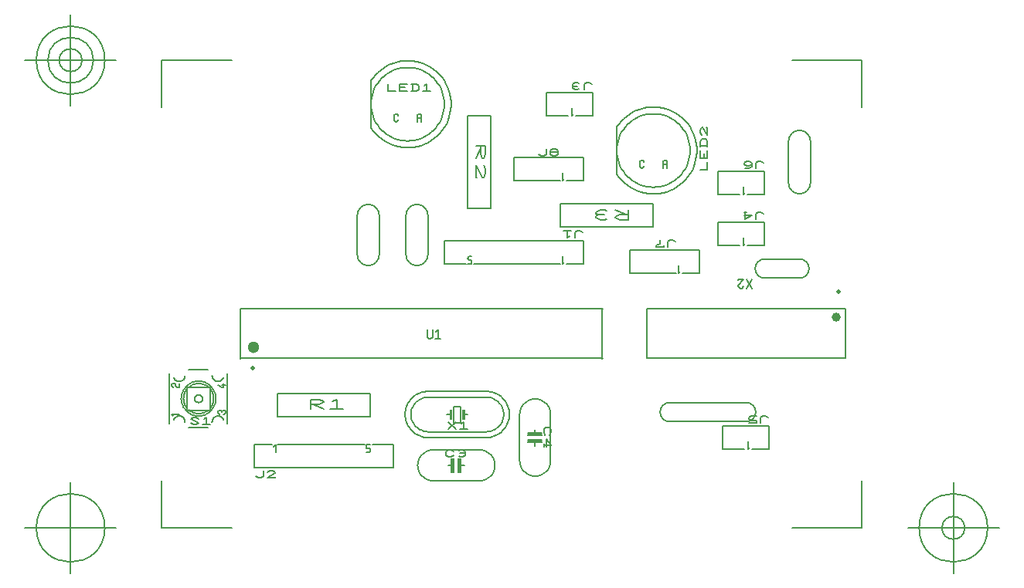
<source format=gbr>
G04 Generated by Ultiboard 14.0 *
%FSLAX34Y34*%
%MOMM*%

%ADD10C,0.0001*%
%ADD11C,0.2032*%
%ADD12C,0.1270*%
%ADD13C,0.50000*%
%ADD14C,1.00000*%
%ADD15C,1.30000*%


G04 ColorRGB FFFF00 for the following layer *
%LNSilkscreen Top*%
%LPD*%
G54D10*
G54D11*
X100471Y54156D02*
X103293Y52645D01*
X106116Y52645D01*
X108938Y54156D01*
X108938Y60204D01*
X113171Y58692D02*
X115993Y60204D01*
X118816Y60204D01*
X121638Y58692D01*
X121638Y57936D01*
X113171Y52645D01*
X121638Y52645D01*
X121638Y53400D01*
X251460Y63500D02*
X99060Y63500D01*
X219710Y88900D02*
X124460Y88900D01*
X99060Y88900D02*
X99060Y63500D01*
X122343Y88900D02*
X122343Y80433D01*
X118110Y88900D02*
X99060Y88900D01*
X120227Y86783D02*
X122343Y88900D01*
X223943Y80433D02*
X224127Y80441D01*
X224311Y80465D01*
X224491Y80505D01*
X224667Y80561D01*
X224838Y80632D01*
X225001Y80717D01*
X225157Y80816D01*
X225304Y80929D01*
X225440Y81053D01*
X225564Y81189D01*
X225677Y81336D01*
X225776Y81492D01*
X225861Y81655D01*
X225932Y81826D01*
X225988Y82002D01*
X226028Y82182D01*
X226052Y82366D01*
X226060Y82550D01*
X226052Y82734D01*
X226028Y82918D01*
X225988Y83098D01*
X225932Y83274D01*
X225861Y83445D01*
X225776Y83608D01*
X225677Y83764D01*
X225564Y83911D01*
X225440Y84047D01*
X225304Y84171D01*
X225157Y84284D01*
X225001Y84383D01*
X224838Y84468D01*
X224667Y84539D01*
X224491Y84595D01*
X224311Y84635D01*
X224127Y84659D01*
X223943Y84667D01*
X221827Y84667D02*
X221827Y88900D01*
X221827Y84667D02*
X223943Y84667D01*
X251460Y88900D02*
X251460Y63500D01*
X221827Y80433D02*
X223943Y80433D01*
X251460Y88900D02*
X228177Y88900D01*
X226060Y88900D02*
X221827Y88900D01*
X317218Y77016D02*
X314396Y75505D01*
X311573Y75505D01*
X308751Y77016D01*
X308751Y81552D01*
X311573Y83064D01*
X314396Y83064D01*
X317218Y81552D01*
X322862Y82308D02*
X324273Y83064D01*
X327096Y83064D01*
X329918Y81552D01*
X329918Y80040D01*
X328507Y79284D01*
X329918Y78528D01*
X329918Y77016D01*
X327096Y75505D01*
X324273Y75505D01*
X322862Y76260D01*
X324273Y79284D02*
X328507Y79284D01*
X345440Y49107D02*
X346916Y49171D01*
X348380Y49364D01*
X349823Y49684D01*
X351232Y50128D01*
X352596Y50693D01*
X353907Y51375D01*
X355153Y52169D01*
X356325Y53068D01*
X357414Y54066D01*
X358412Y55155D01*
X359311Y56327D01*
X360105Y57573D01*
X360787Y58884D01*
X361352Y60248D01*
X361796Y61657D01*
X362116Y63100D01*
X362309Y64564D01*
X362373Y66040D01*
X362309Y67516D01*
X362116Y68980D01*
X361796Y70423D01*
X361352Y71832D01*
X360787Y73196D01*
X360105Y74507D01*
X359311Y75753D01*
X358412Y76925D01*
X357414Y78014D01*
X356325Y79012D01*
X355153Y79911D01*
X353907Y80705D01*
X352596Y81387D01*
X351232Y81952D01*
X349823Y82396D01*
X348380Y82716D01*
X346916Y82909D01*
X345440Y82973D01*
X294640Y82973D02*
X293164Y82909D01*
X291700Y82716D01*
X290257Y82396D01*
X288848Y81952D01*
X287484Y81387D01*
X286173Y80705D01*
X284927Y79911D01*
X283755Y79012D01*
X282666Y78014D01*
X281668Y76925D01*
X280769Y75753D01*
X279975Y74507D01*
X279293Y73196D01*
X278728Y71832D01*
X278284Y70423D01*
X277964Y68980D01*
X277771Y67516D01*
X277707Y66040D01*
X277771Y64564D01*
X277964Y63100D01*
X278284Y61657D01*
X278728Y60248D01*
X279293Y58884D01*
X279975Y57573D01*
X280769Y56327D01*
X281668Y55155D01*
X282666Y54066D01*
X283755Y53068D01*
X284927Y52169D01*
X286173Y51375D01*
X287484Y50693D01*
X288848Y50128D01*
X290257Y49684D01*
X291700Y49364D01*
X293164Y49171D01*
X294640Y49107D01*
X294640Y49107D01*
X345440Y82973D02*
X294640Y82973D01*
X345440Y49107D02*
X294640Y49107D01*
X325120Y66040D02*
X328930Y66040D01*
X325120Y73660D02*
X325120Y58420D01*
X316230Y73660D02*
X316230Y58420D01*
X314960Y58420D02*
X314960Y73660D01*
X314960Y66040D02*
X311150Y66040D01*
X322580Y73660D02*
X322580Y58420D01*
X323850Y58420D02*
X323850Y73660D01*
X317500Y58420D02*
X317500Y73660D01*
X311291Y113544D02*
X319758Y105985D01*
X311291Y105985D02*
X319758Y113544D01*
X325402Y112032D02*
X328224Y113544D01*
X328224Y105985D01*
X323991Y105985D02*
X332458Y105985D01*
X352848Y147320D02*
X289348Y147320D01*
X352848Y140970D02*
X289348Y140970D01*
X352848Y102870D02*
X289348Y102870D01*
X352848Y96520D02*
X289348Y96520D01*
X324908Y130810D02*
X317288Y130810D01*
X317288Y113030D02*
X324908Y113030D01*
X352848Y96520D02*
X355062Y96617D01*
X357259Y96906D01*
X359422Y97385D01*
X361535Y98052D01*
X363582Y98900D01*
X365548Y99923D01*
X367417Y101114D01*
X369175Y102462D01*
X370809Y103959D01*
X372306Y105593D01*
X373654Y107351D01*
X374845Y109220D01*
X375868Y111185D01*
X376716Y113233D01*
X377383Y115346D01*
X377862Y117509D01*
X378151Y119706D01*
X378248Y121920D01*
X378151Y124134D01*
X377862Y126331D01*
X377383Y128494D01*
X376716Y130607D01*
X375868Y132654D01*
X374845Y134620D01*
X373654Y136489D01*
X372306Y138247D01*
X370809Y139881D01*
X369175Y141378D01*
X367417Y142726D01*
X365548Y143917D01*
X363583Y144940D01*
X361535Y145788D01*
X359422Y146455D01*
X357259Y146934D01*
X355062Y147223D01*
X352848Y147320D01*
X352848Y147320D01*
X352848Y102870D02*
X354508Y102942D01*
X356156Y103159D01*
X357778Y103519D01*
X359363Y104019D01*
X360899Y104655D01*
X362373Y105422D01*
X363775Y106315D01*
X365093Y107327D01*
X366318Y108450D01*
X367441Y109675D01*
X368453Y110993D01*
X369346Y112395D01*
X370113Y113869D01*
X370749Y115405D01*
X371249Y116989D01*
X371609Y118612D01*
X371826Y120260D01*
X371898Y121920D01*
X371826Y123580D01*
X371609Y125228D01*
X371249Y126850D01*
X370749Y128435D01*
X370113Y129971D01*
X369346Y131445D01*
X368453Y132847D01*
X367441Y134165D01*
X366318Y135390D01*
X365093Y136513D01*
X363775Y137525D01*
X362373Y138418D01*
X360899Y139185D01*
X359363Y139821D01*
X357779Y140321D01*
X356156Y140681D01*
X354508Y140898D01*
X352848Y140970D01*
X352848Y140970D01*
X324908Y113030D02*
X324908Y130810D01*
X327448Y127000D02*
X327448Y116840D01*
X328718Y116840D02*
X328718Y127000D01*
X328718Y121920D02*
X332528Y121920D01*
X289348Y147320D02*
X287134Y147223D01*
X284937Y146934D01*
X282774Y146455D01*
X280661Y145788D01*
X278613Y144940D01*
X276648Y143917D01*
X274779Y142726D01*
X273021Y141378D01*
X271387Y139881D01*
X269890Y138247D01*
X268542Y136489D01*
X267351Y134620D01*
X266328Y132655D01*
X265480Y130607D01*
X264813Y128494D01*
X264334Y126331D01*
X264045Y124134D01*
X263948Y121920D01*
X264045Y119706D01*
X264334Y117509D01*
X264813Y115346D01*
X265480Y113233D01*
X266328Y111185D01*
X267351Y109220D01*
X268542Y107351D01*
X269890Y105593D01*
X271387Y103959D01*
X273021Y102462D01*
X274779Y101114D01*
X276648Y99923D01*
X278613Y98900D01*
X280661Y98052D01*
X282774Y97385D01*
X284937Y96906D01*
X287134Y96617D01*
X289348Y96520D01*
X289348Y96520D01*
X289348Y140970D02*
X287688Y140898D01*
X286040Y140681D01*
X284417Y140321D01*
X282833Y139821D01*
X281297Y139185D01*
X279823Y138418D01*
X278421Y137525D01*
X277103Y136513D01*
X275878Y135390D01*
X274755Y134165D01*
X273743Y132847D01*
X272850Y131445D01*
X272083Y129971D01*
X271447Y128435D01*
X270947Y126851D01*
X270587Y125228D01*
X270370Y123580D01*
X270298Y121920D01*
X270370Y120260D01*
X270587Y118612D01*
X270947Y116989D01*
X271447Y115405D01*
X272083Y113869D01*
X272850Y112395D01*
X273743Y110993D01*
X274755Y109675D01*
X275878Y108450D01*
X277103Y107327D01*
X278421Y106315D01*
X279823Y105422D01*
X281297Y104655D01*
X282833Y104019D01*
X284417Y103519D01*
X286040Y103159D01*
X287688Y102942D01*
X289348Y102870D01*
X289348Y102870D01*
X317288Y113030D02*
X317288Y130810D01*
X314748Y116840D02*
X314748Y127000D01*
X313478Y116840D02*
X313478Y127000D01*
X313478Y121920D02*
X309668Y121920D01*
X458329Y321764D02*
X455507Y323275D01*
X452684Y323275D01*
X449862Y321764D01*
X449862Y315716D01*
X444218Y317228D02*
X441396Y315716D01*
X441396Y323275D01*
X445629Y323275D02*
X437162Y323275D01*
X307340Y312420D02*
X459740Y312420D01*
X339090Y287020D02*
X434340Y287020D01*
X459740Y287020D02*
X459740Y312420D01*
X436457Y287020D02*
X436457Y295487D01*
X440690Y287020D02*
X459740Y287020D01*
X438573Y289137D02*
X436457Y287020D01*
X334857Y295487D02*
X334673Y295479D01*
X334489Y295455D01*
X334309Y295415D01*
X334133Y295359D01*
X333962Y295288D01*
X333799Y295203D01*
X333643Y295104D01*
X333496Y294991D01*
X333360Y294867D01*
X333236Y294731D01*
X333123Y294584D01*
X333024Y294428D01*
X332939Y294265D01*
X332868Y294094D01*
X332812Y293918D01*
X332772Y293738D01*
X332748Y293554D01*
X332740Y293370D01*
X332748Y293186D01*
X332772Y293002D01*
X332812Y292822D01*
X332868Y292646D01*
X332939Y292475D01*
X333024Y292312D01*
X333123Y292156D01*
X333236Y292009D01*
X333360Y291873D01*
X333496Y291749D01*
X333643Y291636D01*
X333799Y291537D01*
X333962Y291452D01*
X334133Y291381D01*
X334309Y291325D01*
X334489Y291285D01*
X334673Y291261D01*
X334857Y291253D01*
X336973Y291253D02*
X336973Y287020D01*
X336973Y291253D02*
X334857Y291253D01*
X307340Y287020D02*
X307340Y312420D01*
X336973Y295487D02*
X334857Y295487D01*
X307340Y287020D02*
X330623Y287020D01*
X332740Y287020D02*
X336973Y287020D01*
X508284Y346215D02*
X508284Y335481D01*
X498877Y335481D01*
X494173Y337628D01*
X494173Y338701D01*
X498877Y340848D01*
X508284Y340848D01*
X505932Y340848D02*
X494173Y346215D01*
X484766Y336554D02*
X482414Y335481D01*
X477710Y335481D01*
X473006Y337628D01*
X473006Y339774D01*
X475358Y340848D01*
X473006Y341921D01*
X473006Y344068D01*
X477710Y346215D01*
X482414Y346215D01*
X484766Y345142D01*
X482414Y340848D02*
X475358Y340848D01*
X535940Y353060D02*
X434340Y353060D01*
X434340Y327660D02*
X535940Y327660D01*
X535940Y353060D01*
X434340Y353060D02*
X434340Y327660D01*
X410351Y407216D02*
X413173Y405705D01*
X415996Y405705D01*
X418818Y407216D01*
X418818Y413264D01*
X428696Y405705D02*
X425873Y405705D01*
X423051Y407216D01*
X423051Y408728D01*
X424462Y409484D01*
X423051Y410240D01*
X423051Y411752D01*
X425873Y413264D01*
X428696Y413264D01*
X431518Y411752D01*
X431518Y410240D01*
X430107Y409484D01*
X431518Y408728D01*
X431518Y407216D01*
X428696Y405705D01*
X424462Y409484D02*
X430107Y409484D01*
X459740Y378460D02*
X459740Y403860D01*
X383540Y378460D02*
X383540Y403860D01*
X383540Y378460D02*
X434340Y378460D01*
X440690Y378460D02*
X459740Y378460D01*
X436457Y378460D02*
X436457Y386927D01*
X438573Y380577D02*
X436457Y378460D01*
X383540Y403860D02*
X459740Y403860D01*
X656449Y342084D02*
X653627Y343595D01*
X650804Y343595D01*
X647982Y342084D01*
X647982Y336036D01*
X635282Y340572D02*
X643749Y340572D01*
X636693Y336036D01*
X636693Y343595D01*
X638104Y343595D02*
X635282Y343595D01*
X607060Y332740D02*
X657860Y332740D01*
X638810Y307340D02*
X657860Y307340D01*
X657860Y332740D01*
X607060Y307340D02*
X630343Y307340D01*
X634577Y307340D02*
X634577Y315807D01*
X636693Y309457D02*
X634577Y307340D01*
X607060Y307340D02*
X607060Y332740D01*
X29351Y112576D02*
X32173Y111065D01*
X34996Y111065D01*
X37818Y112576D01*
X29351Y117112D01*
X32173Y118624D01*
X34996Y118624D01*
X37818Y117112D01*
X43462Y117112D02*
X46284Y118624D01*
X46284Y111065D01*
X42051Y111065D02*
X50518Y111065D01*
X69427Y111760D02*
X69427Y166793D01*
X5927Y111760D02*
X5927Y166793D01*
X37677Y158327D02*
X36017Y158254D01*
X34369Y158038D01*
X32746Y157678D01*
X31162Y157178D01*
X29626Y156542D01*
X28152Y155775D01*
X26750Y154882D01*
X25432Y153870D01*
X24207Y152747D01*
X23084Y151522D01*
X22072Y150204D01*
X21179Y148802D01*
X20412Y147328D01*
X19776Y145792D01*
X19276Y144207D01*
X18916Y142585D01*
X18700Y140937D01*
X18627Y139277D01*
X18700Y137617D01*
X18916Y135969D01*
X19276Y134346D01*
X19776Y132762D01*
X20412Y131226D01*
X21179Y129752D01*
X22072Y128350D01*
X23084Y127032D01*
X24207Y125807D01*
X25432Y124684D01*
X26750Y123672D01*
X28152Y122779D01*
X29626Y122012D01*
X31162Y121376D01*
X32747Y120876D01*
X34369Y120516D01*
X36017Y120300D01*
X37677Y120227D01*
X39337Y120300D01*
X40985Y120516D01*
X42608Y120876D01*
X44192Y121376D01*
X45728Y122012D01*
X47202Y122779D01*
X48604Y123672D01*
X49922Y124684D01*
X51147Y125807D01*
X52270Y127032D01*
X53282Y128350D01*
X54175Y129752D01*
X54942Y131226D01*
X55578Y132762D01*
X56078Y134347D01*
X56438Y135969D01*
X56654Y137617D01*
X56727Y139277D01*
X56654Y140937D01*
X56438Y142585D01*
X56078Y144208D01*
X55578Y145792D01*
X54942Y147328D01*
X54175Y148802D01*
X53282Y150204D01*
X52270Y151522D01*
X51147Y152747D01*
X49922Y153870D01*
X48604Y154882D01*
X47202Y155775D01*
X45728Y156542D01*
X44192Y157178D01*
X42607Y157678D01*
X40985Y158038D01*
X39337Y158254D01*
X37677Y158327D01*
X50377Y151977D02*
X50377Y126577D01*
X50324Y128665D02*
X51201Y129807D01*
X51975Y131022D01*
X52640Y132300D01*
X53191Y133630D01*
X53624Y135004D01*
X53936Y136410D01*
X54124Y137838D01*
X54187Y139277D01*
X54124Y140716D01*
X53936Y142144D01*
X53624Y143550D01*
X53191Y144924D01*
X52640Y146254D01*
X51975Y147532D01*
X51201Y148747D01*
X50508Y149667D01*
X24977Y126577D02*
X24977Y151977D01*
X27065Y126630D02*
X28207Y125753D01*
X29422Y124979D01*
X30700Y124314D01*
X32030Y123763D01*
X33404Y123330D01*
X34810Y123018D01*
X36238Y122830D01*
X37677Y122767D01*
X39116Y122830D01*
X40544Y123018D01*
X41950Y123330D01*
X43324Y123763D01*
X44654Y124314D01*
X45932Y124979D01*
X47147Y125753D01*
X48067Y126446D01*
X27093Y107527D02*
X48260Y107527D01*
X50377Y126577D02*
X24977Y126577D01*
X65193Y122343D02*
X65377Y122351D01*
X65561Y122375D01*
X65741Y122415D01*
X65917Y122471D01*
X66088Y122542D01*
X66251Y122627D01*
X66407Y122726D01*
X66554Y122839D01*
X66690Y122963D01*
X66814Y123099D01*
X66927Y123246D01*
X67026Y123402D01*
X67111Y123565D01*
X67182Y123736D01*
X67238Y123912D01*
X67278Y124092D01*
X67302Y124276D01*
X67310Y124460D01*
X67302Y124644D01*
X67278Y124828D01*
X67238Y125008D01*
X67182Y125184D01*
X67111Y125355D01*
X67026Y125518D01*
X66927Y125674D01*
X66814Y125821D01*
X66690Y125957D01*
X66554Y126081D01*
X66407Y126194D01*
X66251Y126293D01*
X66088Y126378D01*
X65917Y126449D01*
X65741Y126505D01*
X65561Y126545D01*
X65377Y126569D01*
X65193Y126577D01*
X65009Y126569D01*
X64825Y126545D01*
X64645Y126505D01*
X64469Y126449D01*
X64298Y126378D01*
X64135Y126293D01*
X63979Y126194D01*
X63832Y126081D01*
X63696Y125957D01*
X63572Y125821D01*
X63459Y125674D01*
X63360Y125518D01*
X63275Y125355D01*
X63204Y125184D01*
X63148Y125008D01*
X63108Y124828D01*
X63084Y124644D01*
X63076Y124460D01*
X63076Y124460D01*
X63077Y124460D02*
X63069Y124644D01*
X63045Y124828D01*
X63005Y125008D01*
X62949Y125184D01*
X62878Y125355D01*
X62793Y125518D01*
X62694Y125674D01*
X62581Y125821D01*
X62457Y125957D01*
X62321Y126081D01*
X62174Y126194D01*
X62018Y126293D01*
X61855Y126378D01*
X61684Y126449D01*
X61508Y126505D01*
X61328Y126545D01*
X61144Y126569D01*
X60960Y126577D01*
X60776Y126569D01*
X60592Y126545D01*
X60412Y126505D01*
X60236Y126449D01*
X60065Y126378D01*
X59902Y126293D01*
X59746Y126194D01*
X59599Y126081D01*
X59463Y125957D01*
X59339Y125821D01*
X59226Y125674D01*
X59127Y125518D01*
X59042Y125355D01*
X58971Y125184D01*
X58915Y125008D01*
X58875Y124828D01*
X58851Y124644D01*
X58843Y124460D01*
X58851Y124276D01*
X58875Y124092D01*
X58915Y123912D01*
X58971Y123736D01*
X59042Y123565D01*
X59127Y123402D01*
X59226Y123246D01*
X59339Y123099D01*
X59463Y122963D01*
X59599Y122839D01*
X59746Y122726D01*
X59902Y122627D01*
X60065Y122542D01*
X60236Y122471D01*
X60412Y122415D01*
X60592Y122375D01*
X60776Y122351D01*
X60960Y122343D01*
X64847Y115944D02*
X64644Y116460D01*
X64397Y116956D01*
X64107Y117428D01*
X63778Y117873D01*
X63411Y118288D01*
X63009Y118669D01*
X62575Y119014D01*
X62113Y119320D01*
X61627Y119584D01*
X61119Y119805D01*
X60593Y119981D01*
X60055Y120110D01*
X59507Y120192D01*
X58954Y120226D01*
X58400Y120212D01*
X57850Y120149D01*
X57307Y120038D01*
X56776Y119881D01*
X56260Y119678D01*
X55764Y119431D01*
X55292Y119141D01*
X54847Y118812D01*
X54432Y118445D01*
X54051Y118043D01*
X53706Y117609D01*
X53400Y117147D01*
X53136Y116661D01*
X52915Y116153D01*
X52739Y115627D01*
X52610Y115089D01*
X52528Y114541D01*
X52494Y113988D01*
X52493Y113877D01*
X10160Y120227D02*
X8043Y122343D01*
X16510Y122343D01*
X22860Y113877D02*
X22836Y114430D01*
X22764Y114980D01*
X22644Y115521D01*
X22477Y116049D01*
X22265Y116561D01*
X22009Y117052D01*
X21712Y117519D01*
X21374Y117959D01*
X21000Y118367D01*
X20592Y118741D01*
X20152Y119079D01*
X19685Y119376D01*
X19194Y119632D01*
X18682Y119844D01*
X18154Y120011D01*
X17613Y120131D01*
X17063Y120203D01*
X16510Y120227D01*
X15957Y120203D01*
X15407Y120131D01*
X14866Y120011D01*
X14338Y119844D01*
X13826Y119632D01*
X13335Y119376D01*
X12868Y119079D01*
X12428Y118741D01*
X12020Y118367D01*
X11646Y117959D01*
X11308Y117519D01*
X11011Y117052D01*
X10755Y116561D01*
X10543Y116049D01*
X10506Y115944D01*
X48067Y152108D02*
X46909Y152964D01*
X45681Y153717D01*
X44392Y154360D01*
X43052Y154888D01*
X41671Y155297D01*
X40260Y155584D01*
X38829Y155747D01*
X37389Y155784D01*
X35951Y155697D01*
X34527Y155484D01*
X33126Y155147D01*
X31760Y154690D01*
X30440Y154116D01*
X29174Y153429D01*
X27973Y152634D01*
X27287Y152108D01*
X24977Y151977D02*
X50377Y151977D01*
X52493Y164677D02*
X52517Y164124D01*
X52589Y163574D01*
X52709Y163033D01*
X52876Y162505D01*
X53088Y161993D01*
X53344Y161502D01*
X53641Y161035D01*
X53979Y160595D01*
X54353Y160187D01*
X54761Y159813D01*
X55201Y159475D01*
X55668Y159178D01*
X56159Y158922D01*
X56671Y158710D01*
X57199Y158543D01*
X57740Y158423D01*
X58290Y158351D01*
X58843Y158327D01*
X59396Y158351D01*
X59946Y158423D01*
X60487Y158543D01*
X61015Y158710D01*
X61527Y158922D01*
X62018Y159178D01*
X62485Y159475D01*
X62925Y159813D01*
X63333Y160187D01*
X63707Y160595D01*
X64045Y161035D01*
X64342Y161502D01*
X64598Y161993D01*
X64810Y162505D01*
X64847Y162610D01*
X63077Y151977D02*
X58843Y154093D01*
X65193Y151977D02*
X63077Y151977D01*
X65193Y156210D02*
X65193Y151977D01*
X67310Y154093D02*
X63077Y154093D01*
X37677Y143510D02*
X37308Y143494D01*
X36942Y143446D01*
X36581Y143366D01*
X36229Y143255D01*
X35888Y143114D01*
X35560Y142943D01*
X35249Y142745D01*
X34956Y142520D01*
X34684Y142270D01*
X34434Y141998D01*
X34209Y141705D01*
X34011Y141394D01*
X33840Y141066D01*
X33699Y140725D01*
X33588Y140373D01*
X33508Y140012D01*
X33460Y139646D01*
X33444Y139277D01*
X33460Y138908D01*
X33508Y138542D01*
X33588Y138181D01*
X33699Y137829D01*
X33840Y137488D01*
X34011Y137160D01*
X34209Y136849D01*
X34434Y136556D01*
X34684Y136284D01*
X34956Y136034D01*
X35249Y135809D01*
X35560Y135611D01*
X35888Y135440D01*
X36229Y135299D01*
X36581Y135188D01*
X36942Y135108D01*
X37308Y135060D01*
X37677Y135044D01*
X38046Y135060D01*
X38412Y135108D01*
X38773Y135188D01*
X39125Y135299D01*
X39466Y135440D01*
X39794Y135611D01*
X40105Y135809D01*
X40398Y136034D01*
X40670Y136284D01*
X40920Y136556D01*
X41145Y136849D01*
X41343Y137160D01*
X41514Y137488D01*
X41655Y137829D01*
X41766Y138181D01*
X41846Y138542D01*
X41894Y138908D01*
X41910Y139277D01*
X41894Y139646D01*
X41846Y140012D01*
X41766Y140373D01*
X41655Y140725D01*
X41514Y141066D01*
X41343Y141394D01*
X41145Y141705D01*
X40920Y141998D01*
X40670Y142270D01*
X40398Y142520D01*
X40105Y142745D01*
X39794Y142943D01*
X39466Y143114D01*
X39125Y143255D01*
X38773Y143366D01*
X38412Y143446D01*
X38046Y143494D01*
X37677Y143510D01*
X10471Y162715D02*
X10665Y162196D01*
X10903Y161696D01*
X11184Y161219D01*
X11506Y160768D01*
X11866Y160346D01*
X12261Y159958D01*
X12688Y159606D01*
X13145Y159292D01*
X13627Y159019D01*
X14131Y158789D01*
X14653Y158604D01*
X15190Y158466D01*
X15736Y158374D01*
X16288Y158331D01*
X16842Y158336D01*
X17394Y158389D01*
X17938Y158490D01*
X18472Y158638D01*
X18991Y158832D01*
X19491Y159070D01*
X19968Y159351D01*
X20419Y159673D01*
X20841Y160033D01*
X21229Y160428D01*
X21581Y160855D01*
X21895Y161312D01*
X22168Y161794D01*
X22398Y162298D01*
X22583Y162820D01*
X22721Y163357D01*
X22813Y163903D01*
X22856Y164455D01*
X22860Y164677D01*
X16510Y151977D02*
X16510Y156210D01*
X12276Y154093D02*
X12284Y153909D01*
X12308Y153725D01*
X12348Y153545D01*
X12404Y153369D01*
X12475Y153198D01*
X12560Y153035D01*
X12659Y152879D01*
X12772Y152732D01*
X12896Y152596D01*
X13032Y152472D01*
X13179Y152359D01*
X13335Y152260D01*
X13498Y152175D01*
X13669Y152104D01*
X13845Y152048D01*
X14025Y152008D01*
X14209Y151984D01*
X14393Y151976D01*
X14393Y151976D01*
X12277Y154093D02*
X12269Y154277D01*
X12245Y154461D01*
X12205Y154641D01*
X12149Y154817D01*
X12078Y154988D01*
X11993Y155151D01*
X11894Y155307D01*
X11781Y155454D01*
X11657Y155590D01*
X11521Y155714D01*
X11374Y155827D01*
X11218Y155926D01*
X11055Y156011D01*
X10884Y156082D01*
X10708Y156138D01*
X10528Y156178D01*
X10344Y156202D01*
X10160Y156210D01*
X9976Y156202D01*
X9792Y156178D01*
X9612Y156138D01*
X9436Y156082D01*
X9265Y156011D01*
X9102Y155926D01*
X8946Y155827D01*
X8799Y155714D01*
X8663Y155590D01*
X8539Y155454D01*
X8426Y155307D01*
X8327Y155151D01*
X8242Y154988D01*
X8171Y154817D01*
X8115Y154641D01*
X8075Y154461D01*
X8051Y154277D01*
X8043Y154093D01*
X8051Y153909D01*
X8075Y153725D01*
X8115Y153545D01*
X8171Y153369D01*
X8242Y153198D01*
X8327Y153035D01*
X8426Y152879D01*
X8539Y152732D01*
X8663Y152596D01*
X8799Y152472D01*
X8946Y152359D01*
X9102Y152260D01*
X9265Y152175D01*
X9436Y152104D01*
X9612Y152048D01*
X9792Y152008D01*
X9976Y151984D01*
X10160Y151976D01*
X14393Y151977D02*
X16510Y151977D01*
X25030Y149889D02*
X24153Y148747D01*
X23379Y147532D01*
X22714Y146254D01*
X22163Y144924D01*
X21730Y143550D01*
X21418Y142144D01*
X21230Y140716D01*
X21167Y139277D01*
X21230Y137838D01*
X21418Y136410D01*
X21730Y135004D01*
X22163Y133630D01*
X22714Y132300D01*
X23379Y131022D01*
X24153Y129807D01*
X24846Y128887D01*
X27093Y171027D02*
X48260Y171027D01*
X160679Y127680D02*
X160679Y138415D01*
X170086Y138415D01*
X174790Y136268D01*
X174790Y135195D01*
X170086Y133048D01*
X160679Y133048D01*
X163030Y133048D02*
X174790Y127680D01*
X184197Y136268D02*
X188901Y138415D01*
X188901Y127680D01*
X181845Y127680D02*
X195956Y127680D01*
X226060Y144780D02*
X124460Y144780D01*
X124460Y119380D02*
X226060Y119380D01*
X226060Y144780D01*
X124460Y144780D02*
X124460Y119380D01*
X643968Y260150D02*
X637994Y270150D01*
X643968Y270150D02*
X637994Y260150D01*
X635008Y262150D02*
X633016Y260150D01*
X631025Y260150D01*
X629034Y262150D01*
X629034Y263150D01*
X635008Y270150D01*
X629034Y270150D01*
X629034Y269150D01*
X528540Y183470D02*
X746540Y183470D01*
X746540Y238170D02*
X528540Y238170D01*
X746540Y183470D02*
X746540Y238170D01*
X528540Y238170D02*
X528540Y183470D01*
X656449Y397964D02*
X653627Y399475D01*
X650804Y399475D01*
X647982Y397964D01*
X647982Y391916D01*
X636693Y391916D02*
X640927Y391916D01*
X643749Y393428D01*
X643749Y396452D01*
X643749Y397964D01*
X640927Y399475D01*
X638104Y399475D01*
X635282Y397964D01*
X635282Y396452D01*
X638104Y394940D01*
X640927Y394940D01*
X643749Y396452D01*
X607060Y388620D02*
X657860Y388620D01*
X638810Y363220D02*
X657860Y363220D01*
X657860Y388620D01*
X607060Y363220D02*
X630343Y363220D01*
X634577Y363220D02*
X634577Y371687D01*
X636693Y365337D02*
X634577Y363220D01*
X607060Y363220D02*
X607060Y388620D01*
X559929Y311604D02*
X557107Y313115D01*
X554284Y313115D01*
X551462Y311604D01*
X551462Y305556D01*
X542996Y313115D02*
X542996Y309336D01*
X538762Y307068D01*
X538762Y305556D01*
X547229Y305556D01*
X547229Y307068D01*
X586740Y276860D02*
X586740Y302260D01*
X510540Y276860D02*
X510540Y302260D01*
X510540Y276860D02*
X561340Y276860D01*
X567690Y276860D02*
X586740Y276860D01*
X563457Y276860D02*
X563457Y285327D01*
X565573Y278977D02*
X563457Y276860D01*
X510540Y302260D02*
X586740Y302260D01*
X341252Y416748D02*
X351987Y416748D01*
X351987Y407341D01*
X349840Y402637D01*
X348766Y402637D01*
X346619Y407341D01*
X346619Y416748D01*
X346619Y414396D02*
X341252Y402637D01*
X349840Y395581D02*
X351987Y390878D01*
X351987Y386174D01*
X349840Y381470D01*
X348766Y381470D01*
X341252Y395581D01*
X341252Y381470D01*
X342325Y381470D01*
X332740Y449580D02*
X332740Y347980D01*
X358140Y347980D02*
X358140Y449580D01*
X332740Y449580D01*
X332740Y347980D02*
X358140Y347980D01*
X468489Y484324D02*
X465667Y485835D01*
X462844Y485835D01*
X460022Y484324D01*
X460022Y478276D01*
X454378Y479032D02*
X452967Y478276D01*
X450144Y478276D01*
X447322Y479788D01*
X447322Y481300D01*
X448733Y482056D01*
X447322Y482812D01*
X447322Y484324D01*
X450144Y485835D01*
X452967Y485835D01*
X454378Y485080D01*
X452967Y482056D02*
X448733Y482056D01*
X419100Y474980D02*
X469900Y474980D01*
X450850Y449580D02*
X469900Y449580D01*
X469900Y474980D01*
X419100Y449580D02*
X442383Y449580D01*
X446617Y449580D02*
X446617Y458047D01*
X448733Y451697D02*
X446617Y449580D01*
X419100Y449580D02*
X419100Y474980D01*
X245251Y484384D02*
X245251Y476825D01*
X253718Y476825D01*
X266418Y476825D02*
X257951Y476825D01*
X257951Y480604D01*
X257951Y484384D01*
X266418Y484384D01*
X257951Y480604D02*
X263596Y480604D01*
X270651Y476825D02*
X276296Y476825D01*
X279118Y478336D01*
X279118Y482872D01*
X276296Y484384D01*
X270651Y484384D01*
X272062Y484384D02*
X272062Y476825D01*
X284762Y482872D02*
X287584Y484384D01*
X287584Y476825D01*
X283351Y476825D02*
X291818Y476825D01*
X226758Y436342D02*
X229171Y432959D01*
X231869Y429800D01*
X234833Y426888D01*
X238039Y424245D01*
X241463Y421892D01*
X245079Y419846D01*
X248859Y418123D01*
X252776Y416736D01*
X256798Y415696D01*
X260896Y415010D01*
X265038Y414684D01*
X269192Y414720D01*
X273328Y415118D01*
X277413Y415876D01*
X281417Y416986D01*
X285309Y418441D01*
X289059Y420230D01*
X292638Y422338D01*
X296021Y424751D01*
X299180Y427449D01*
X302092Y430413D01*
X304735Y433619D01*
X307088Y437043D01*
X309134Y440659D01*
X310857Y444439D01*
X312244Y448356D01*
X313284Y452378D01*
X313970Y456476D01*
X314296Y460618D01*
X314260Y464772D01*
X313862Y468908D01*
X313104Y472993D01*
X311994Y476997D01*
X310539Y480889D01*
X308750Y484639D01*
X306642Y488218D01*
X304229Y491601D01*
X301531Y494760D01*
X298567Y497672D01*
X295361Y500315D01*
X291937Y502668D01*
X288321Y504714D01*
X284541Y506437D01*
X280624Y507824D01*
X276602Y508864D01*
X272504Y509550D01*
X268362Y509876D01*
X264208Y509840D01*
X260072Y509442D01*
X255987Y508684D01*
X251983Y507574D01*
X248091Y506119D01*
X244341Y504330D01*
X240762Y502222D01*
X237379Y499809D01*
X234220Y497111D01*
X231308Y494147D01*
X228665Y490941D01*
X226758Y488218D01*
X306917Y462280D02*
X306764Y465785D01*
X306306Y469264D01*
X305546Y472689D01*
X304491Y476035D01*
X303149Y479276D01*
X301529Y482388D01*
X299644Y485347D01*
X297508Y488131D01*
X295137Y490717D01*
X292551Y493088D01*
X289767Y495224D01*
X286808Y497109D01*
X283696Y498729D01*
X280455Y500071D01*
X277109Y501126D01*
X273684Y501886D01*
X270205Y502344D01*
X266700Y502497D01*
X263195Y502344D01*
X259716Y501886D01*
X256291Y501126D01*
X252945Y500071D01*
X249704Y498729D01*
X246592Y497109D01*
X243633Y495224D01*
X240849Y493088D01*
X238263Y490717D01*
X235892Y488131D01*
X233756Y485347D01*
X231871Y482388D01*
X230251Y479276D01*
X228909Y476035D01*
X227854Y472689D01*
X227094Y469264D01*
X226636Y465785D01*
X226483Y462280D01*
X226636Y458775D01*
X227094Y455296D01*
X227854Y451871D01*
X228909Y448525D01*
X230251Y445284D01*
X231871Y442172D01*
X233756Y439213D01*
X235892Y436429D01*
X238263Y433843D01*
X240849Y431472D01*
X243633Y429336D01*
X246592Y427451D01*
X249704Y425831D01*
X252945Y424489D01*
X256291Y423434D01*
X259716Y422674D01*
X263195Y422216D01*
X266700Y422063D01*
X270205Y422216D01*
X273684Y422674D01*
X277109Y423434D01*
X280455Y424489D01*
X283696Y425831D01*
X286808Y427451D01*
X289767Y429336D01*
X292551Y431472D01*
X295137Y433843D01*
X297508Y436429D01*
X299644Y439213D01*
X301529Y442172D01*
X303149Y445284D01*
X304491Y448525D01*
X305546Y451871D01*
X306306Y455296D01*
X306764Y458775D01*
X306917Y462280D01*
X306917Y462280D01*
X277283Y443230D02*
X277283Y449580D01*
X281517Y449580D02*
X281509Y449764D01*
X281485Y449948D01*
X281445Y450128D01*
X281389Y450304D01*
X281318Y450475D01*
X281233Y450638D01*
X281134Y450794D01*
X281021Y450941D01*
X280897Y451077D01*
X280761Y451201D01*
X280614Y451314D01*
X280458Y451413D01*
X280295Y451498D01*
X280124Y451569D01*
X279948Y451625D01*
X279768Y451665D01*
X279584Y451689D01*
X279400Y451697D01*
X279216Y451689D01*
X279032Y451665D01*
X278852Y451625D01*
X278676Y451569D01*
X278505Y451498D01*
X278342Y451413D01*
X278186Y451314D01*
X278039Y451201D01*
X277903Y451077D01*
X277779Y450941D01*
X277666Y450794D01*
X277567Y450638D01*
X277482Y450475D01*
X277411Y450304D01*
X277355Y450128D01*
X277315Y449948D01*
X277291Y449764D01*
X277283Y449580D01*
X277283Y447463D02*
X281517Y447463D01*
X226483Y487680D02*
X226483Y436880D01*
X251883Y445347D02*
X251891Y445163D01*
X251915Y444979D01*
X251955Y444799D01*
X252011Y444623D01*
X252082Y444452D01*
X252167Y444289D01*
X252266Y444133D01*
X252379Y443986D01*
X252503Y443850D01*
X252639Y443726D01*
X252786Y443613D01*
X252942Y443514D01*
X253105Y443429D01*
X253276Y443358D01*
X253452Y443302D01*
X253632Y443262D01*
X253816Y443238D01*
X254000Y443230D01*
X254184Y443238D01*
X254368Y443262D01*
X254548Y443302D01*
X254724Y443358D01*
X254895Y443429D01*
X255058Y443514D01*
X255214Y443613D01*
X255361Y443726D01*
X255497Y443850D01*
X255621Y443986D01*
X255734Y444133D01*
X255833Y444289D01*
X255918Y444452D01*
X255989Y444623D01*
X256045Y444799D01*
X256085Y444979D01*
X256109Y445163D01*
X256117Y445347D01*
X256117Y445347D01*
X256117Y449580D02*
X256109Y449764D01*
X256085Y449948D01*
X256045Y450128D01*
X255989Y450304D01*
X255918Y450475D01*
X255833Y450638D01*
X255734Y450794D01*
X255621Y450941D01*
X255497Y451077D01*
X255361Y451201D01*
X255214Y451314D01*
X255058Y451413D01*
X254895Y451498D01*
X254724Y451569D01*
X254548Y451625D01*
X254368Y451665D01*
X254184Y451689D01*
X254000Y451697D01*
X253816Y451689D01*
X253632Y451665D01*
X253452Y451625D01*
X253276Y451569D01*
X253105Y451498D01*
X252942Y451413D01*
X252786Y451314D01*
X252639Y451201D01*
X252503Y451077D01*
X252379Y450941D01*
X252266Y450794D01*
X252167Y450638D01*
X252082Y450475D01*
X252011Y450304D01*
X251955Y450128D01*
X251915Y449948D01*
X251891Y449764D01*
X251883Y449580D01*
X251883Y445347D02*
X251883Y449580D01*
X281517Y443230D02*
X281517Y449580D01*
X587496Y390031D02*
X595055Y390031D01*
X595055Y398498D01*
X595055Y411198D02*
X595055Y402731D01*
X591276Y402731D01*
X587496Y402731D01*
X587496Y411198D01*
X591276Y402731D02*
X591276Y408376D01*
X595055Y415431D02*
X595055Y421076D01*
X593544Y423898D01*
X589008Y423898D01*
X587496Y421076D01*
X587496Y415431D01*
X587496Y416842D02*
X595055Y416842D01*
X589008Y428131D02*
X587496Y430953D01*
X587496Y433776D01*
X589008Y436598D01*
X589764Y436598D01*
X595055Y428131D01*
X595055Y436598D01*
X594300Y436598D01*
X495998Y385542D02*
X498411Y382159D01*
X501109Y379000D01*
X504073Y376088D01*
X507279Y373445D01*
X510703Y371092D01*
X514319Y369046D01*
X518099Y367323D01*
X522016Y365936D01*
X526038Y364896D01*
X530136Y364210D01*
X534278Y363884D01*
X538432Y363920D01*
X542568Y364318D01*
X546653Y365076D01*
X550657Y366186D01*
X554549Y367641D01*
X558299Y369430D01*
X561878Y371538D01*
X565261Y373951D01*
X568420Y376649D01*
X571332Y379613D01*
X573975Y382819D01*
X576328Y386243D01*
X578374Y389859D01*
X580097Y393639D01*
X581484Y397556D01*
X582524Y401578D01*
X583210Y405676D01*
X583536Y409818D01*
X583500Y413972D01*
X583102Y418108D01*
X582344Y422193D01*
X581234Y426197D01*
X579779Y430089D01*
X577990Y433839D01*
X575882Y437418D01*
X573469Y440801D01*
X570771Y443960D01*
X567807Y446872D01*
X564601Y449515D01*
X561177Y451868D01*
X557561Y453914D01*
X553781Y455637D01*
X549864Y457024D01*
X545842Y458064D01*
X541744Y458750D01*
X537602Y459076D01*
X533448Y459040D01*
X529312Y458642D01*
X525227Y457884D01*
X521223Y456774D01*
X517331Y455319D01*
X513581Y453530D01*
X510002Y451422D01*
X506619Y449009D01*
X503460Y446311D01*
X500548Y443347D01*
X497905Y440141D01*
X495998Y437418D01*
X576157Y411480D02*
X576004Y414985D01*
X575546Y418464D01*
X574786Y421889D01*
X573731Y425235D01*
X572389Y428476D01*
X570769Y431588D01*
X568884Y434547D01*
X566748Y437331D01*
X564377Y439917D01*
X561791Y442288D01*
X559007Y444424D01*
X556048Y446309D01*
X552936Y447929D01*
X549695Y449271D01*
X546349Y450326D01*
X542924Y451086D01*
X539445Y451544D01*
X535940Y451697D01*
X532435Y451544D01*
X528956Y451086D01*
X525531Y450326D01*
X522185Y449271D01*
X518944Y447929D01*
X515832Y446309D01*
X512873Y444424D01*
X510089Y442288D01*
X507503Y439917D01*
X505132Y437331D01*
X502996Y434547D01*
X501111Y431588D01*
X499491Y428476D01*
X498149Y425235D01*
X497094Y421889D01*
X496334Y418464D01*
X495876Y414985D01*
X495723Y411480D01*
X495876Y407975D01*
X496334Y404496D01*
X497094Y401071D01*
X498149Y397725D01*
X499491Y394484D01*
X501111Y391372D01*
X502996Y388413D01*
X505132Y385629D01*
X507503Y383043D01*
X510089Y380672D01*
X512873Y378536D01*
X515832Y376651D01*
X518944Y375031D01*
X522185Y373689D01*
X525531Y372634D01*
X528956Y371874D01*
X532435Y371416D01*
X535940Y371263D01*
X539445Y371416D01*
X542924Y371874D01*
X546349Y372634D01*
X549695Y373689D01*
X552936Y375031D01*
X556048Y376651D01*
X559007Y378536D01*
X561791Y380672D01*
X564377Y383043D01*
X566748Y385629D01*
X568884Y388413D01*
X570769Y391372D01*
X572389Y394484D01*
X573731Y397725D01*
X574786Y401071D01*
X575546Y404496D01*
X576004Y407975D01*
X576157Y411480D01*
X576157Y411480D01*
X546523Y392430D02*
X546523Y398780D01*
X550757Y398780D02*
X550749Y398964D01*
X550725Y399148D01*
X550685Y399328D01*
X550629Y399504D01*
X550558Y399675D01*
X550473Y399838D01*
X550374Y399994D01*
X550261Y400141D01*
X550137Y400277D01*
X550001Y400401D01*
X549854Y400514D01*
X549698Y400613D01*
X549535Y400698D01*
X549364Y400769D01*
X549188Y400825D01*
X549008Y400865D01*
X548824Y400889D01*
X548640Y400897D01*
X548456Y400889D01*
X548272Y400865D01*
X548092Y400825D01*
X547916Y400769D01*
X547745Y400698D01*
X547582Y400613D01*
X547426Y400514D01*
X547279Y400401D01*
X547143Y400277D01*
X547019Y400141D01*
X546906Y399994D01*
X546807Y399838D01*
X546722Y399675D01*
X546651Y399504D01*
X546595Y399328D01*
X546555Y399148D01*
X546531Y398964D01*
X546523Y398780D01*
X546523Y396663D02*
X550757Y396663D01*
X495723Y436880D02*
X495723Y386080D01*
X521123Y394547D02*
X521131Y394363D01*
X521155Y394179D01*
X521195Y393999D01*
X521251Y393823D01*
X521322Y393652D01*
X521407Y393489D01*
X521506Y393333D01*
X521619Y393186D01*
X521743Y393050D01*
X521879Y392926D01*
X522026Y392813D01*
X522182Y392714D01*
X522345Y392629D01*
X522516Y392558D01*
X522692Y392502D01*
X522872Y392462D01*
X523056Y392438D01*
X523240Y392430D01*
X523424Y392438D01*
X523608Y392462D01*
X523788Y392502D01*
X523964Y392558D01*
X524135Y392629D01*
X524298Y392714D01*
X524454Y392813D01*
X524601Y392926D01*
X524737Y393050D01*
X524861Y393186D01*
X524974Y393333D01*
X525073Y393489D01*
X525158Y393652D01*
X525229Y393823D01*
X525285Y393999D01*
X525325Y394179D01*
X525349Y394363D01*
X525357Y394547D01*
X525357Y394547D01*
X525357Y398780D02*
X525349Y398964D01*
X525325Y399148D01*
X525285Y399328D01*
X525229Y399504D01*
X525158Y399675D01*
X525073Y399838D01*
X524974Y399994D01*
X524861Y400141D01*
X524737Y400277D01*
X524601Y400401D01*
X524454Y400514D01*
X524298Y400613D01*
X524135Y400698D01*
X523964Y400769D01*
X523788Y400825D01*
X523608Y400865D01*
X523424Y400889D01*
X523240Y400897D01*
X523056Y400889D01*
X522872Y400865D01*
X522692Y400825D01*
X522516Y400769D01*
X522345Y400698D01*
X522182Y400613D01*
X522026Y400514D01*
X521879Y400401D01*
X521743Y400277D01*
X521619Y400141D01*
X521506Y399994D01*
X521407Y399838D01*
X521322Y399675D01*
X521251Y399504D01*
X521195Y399328D01*
X521155Y399148D01*
X521131Y398964D01*
X521123Y398780D01*
X521123Y394547D02*
X521123Y398780D01*
X550757Y392430D02*
X550757Y398780D01*
X417376Y99342D02*
X415865Y102164D01*
X415865Y104987D01*
X417376Y107809D01*
X421912Y107809D01*
X423424Y104987D01*
X423424Y102164D01*
X421912Y99342D01*
X418888Y86642D02*
X418888Y95109D01*
X423424Y88053D01*
X415865Y88053D01*
X415865Y89464D02*
X415865Y86642D01*
X423333Y121920D02*
X423269Y123396D01*
X423076Y124860D01*
X422756Y126303D01*
X422312Y127712D01*
X421747Y129076D01*
X421065Y130387D01*
X420271Y131633D01*
X419372Y132805D01*
X418374Y133894D01*
X417285Y134892D01*
X416113Y135791D01*
X414867Y136585D01*
X413556Y137267D01*
X412192Y137832D01*
X410783Y138276D01*
X409340Y138596D01*
X407876Y138789D01*
X406400Y138853D01*
X404924Y138789D01*
X403460Y138596D01*
X402017Y138276D01*
X400608Y137832D01*
X399244Y137267D01*
X397933Y136585D01*
X396687Y135791D01*
X395515Y134892D01*
X394426Y133894D01*
X393428Y132805D01*
X392529Y131633D01*
X391735Y130387D01*
X391053Y129076D01*
X390488Y127712D01*
X390044Y126303D01*
X389724Y124860D01*
X389531Y123396D01*
X389467Y121920D01*
X389467Y71120D02*
X389531Y69644D01*
X389724Y68180D01*
X390044Y66737D01*
X390488Y65328D01*
X391053Y63964D01*
X391735Y62653D01*
X392529Y61407D01*
X393428Y60235D01*
X394426Y59146D01*
X395515Y58148D01*
X396687Y57249D01*
X397933Y56455D01*
X399244Y55773D01*
X400608Y55208D01*
X402017Y54764D01*
X403460Y54444D01*
X404924Y54251D01*
X406400Y54187D01*
X407876Y54251D01*
X409340Y54444D01*
X410783Y54764D01*
X412192Y55208D01*
X413556Y55773D01*
X414867Y56455D01*
X416113Y57249D01*
X417285Y58148D01*
X418374Y59146D01*
X419372Y60235D01*
X420271Y61407D01*
X421065Y62653D01*
X421747Y63964D01*
X422312Y65328D01*
X422756Y66737D01*
X423076Y68180D01*
X423269Y69644D01*
X423333Y71120D01*
X389467Y121920D02*
X389467Y71120D01*
X423333Y121920D02*
X423333Y71120D01*
X406400Y101600D02*
X406400Y105410D01*
X398780Y101600D02*
X414020Y101600D01*
X398780Y92710D02*
X414020Y92710D01*
X414020Y91440D02*
X398780Y91440D01*
X406400Y91440D02*
X406400Y87630D01*
X398780Y99060D02*
X414020Y99060D01*
X414020Y100330D02*
X398780Y100330D01*
X414020Y93980D02*
X398780Y93980D01*
X288016Y214900D02*
X288016Y206900D01*
X290007Y204900D01*
X291998Y204900D01*
X293989Y206900D01*
X293989Y214900D01*
X297971Y212900D02*
X299962Y214900D01*
X299962Y204900D01*
X296976Y204900D02*
X302949Y204900D01*
X83185Y183435D02*
X480695Y183435D01*
X480695Y238205D02*
X83185Y238205D01*
X83820Y237650D02*
X83820Y182880D01*
X480060Y182880D02*
X480060Y238760D01*
X683928Y421640D02*
X683928Y375920D01*
G75*
D01*
G03X695960Y363888I12032J0*
G01*
G75*
D01*
G03X707992Y375920I0J12032*
G01*
X707992Y421640D01*
G74*
D01*
G03X695960Y433672I12032J0*
G01*
G75*
D01*
G03X683928Y421640I0J-12032*
G01*
X647328Y281940D02*
G75*
D01*
G03X657860Y271408I10532J0*
G01*
X695960Y271408D01*
G75*
D01*
G03X706492Y281940I0J10532*
G01*
G74*
D01*
G03X695960Y292472I10532J0*
G01*
X657860Y292472D01*
G75*
D01*
G03X647328Y281940I0J-10532*
G01*
X211488Y340360D02*
X211488Y297180D01*
G75*
D01*
G03X223520Y285148I12032J0*
G01*
G75*
D01*
G03X235552Y297180I0J12032*
G01*
X235552Y340360D01*
G74*
D01*
G03X223520Y352392I12032J0*
G01*
G75*
D01*
G03X211488Y340360I0J-12032*
G01*
X264828Y340360D02*
X264828Y297180D01*
G75*
D01*
G03X276860Y285148I12032J0*
G01*
G75*
D01*
G03X288892Y297180I0J12032*
G01*
X288892Y340360D01*
G74*
D01*
G03X276860Y352392I12032J0*
G01*
G75*
D01*
G03X264828Y340360I0J-12032*
G01*
X661529Y118564D02*
X658707Y120075D01*
X655884Y120075D01*
X653062Y118564D01*
X653062Y112516D01*
X640362Y112516D02*
X648829Y112516D01*
X648829Y115540D01*
X643184Y115540D01*
X640362Y117052D01*
X640362Y118564D01*
X643184Y120075D01*
X648829Y120075D01*
X612140Y109220D02*
X662940Y109220D01*
X643890Y83820D02*
X662940Y83820D01*
X662940Y109220D01*
X612140Y83820D02*
X635423Y83820D01*
X639657Y83820D02*
X639657Y92287D01*
X641773Y85937D02*
X639657Y83820D01*
X612140Y83820D02*
X612140Y109220D01*
X543188Y124460D02*
G75*
D01*
G03X553720Y113928I10532J0*
G01*
X637540Y113928D01*
G75*
D01*
G03X648072Y124460I0J10532*
G01*
G74*
D01*
G03X637540Y134992I10532J0*
G01*
X553720Y134992D01*
G75*
D01*
G03X543188Y124460I0J-10532*
G01*
G54D12*
X-2540Y-2540D02*
X-2540Y48768D01*
X-2540Y-2540D02*
X74168Y-2540D01*
X764540Y-2540D02*
X687832Y-2540D01*
X764540Y-2540D02*
X764540Y48768D01*
X764540Y510540D02*
X764540Y459232D01*
X764540Y510540D02*
X687832Y510540D01*
X-2540Y510540D02*
X74168Y510540D01*
X-2540Y510540D02*
X-2540Y459232D01*
X-52540Y-2540D02*
X-152540Y-2540D01*
X-102540Y-52540D02*
X-102540Y47460D01*
X-140040Y-2540D02*
G75*
D01*
G02X-140040Y-2540I37500J0*
G01*
X814540Y-2540D02*
X914540Y-2540D01*
X864540Y-52540D02*
X864540Y47460D01*
X827040Y-2540D02*
G75*
D01*
G02X827040Y-2540I37500J0*
G01*
X852040Y-2540D02*
G75*
D01*
G02X852040Y-2540I12500J0*
G01*
X-52540Y510540D02*
X-152540Y510540D01*
X-102540Y460540D02*
X-102540Y560540D01*
X-140040Y510540D02*
G75*
D01*
G02X-140040Y510540I37500J0*
G01*
X-127540Y510540D02*
G75*
D01*
G02X-127540Y510540I25000J0*
G01*
X-115040Y510540D02*
G75*
D01*
G02X-115040Y510540I12500J0*
G01*
G54D13*
X739100Y256540D03*
X96560Y172720D03*
G54D14*
X736520Y228600D03*
G54D15*
X97640Y195580D03*

M02*

</source>
